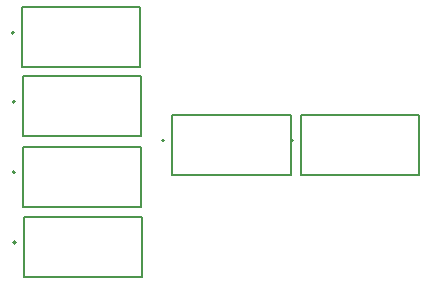
<source format=gbr>
G04*
G04 #@! TF.GenerationSoftware,Altium Limited,Altium Designer,23.0.1 (38)*
G04*
G04 Layer_Color=16711935*
%FSLAX25Y25*%
%MOIN*%
G70*
G04*
G04 #@! TF.SameCoordinates,383C52D0-4EDD-4C0E-AA1A-A67FCF8BFF30*
G04*
G04*
G04 #@! TF.FilePolarity,Positive*
G04*
G01*
G75*
%ADD10C,0.00787*%
%ADD11C,0.00500*%
D10*
X359055Y166929D02*
G03*
X359055Y166929I-394J0D01*
G01*
X316122Y166937D02*
G03*
X316122Y166937I-394J0D01*
G01*
X265996Y202937D02*
G03*
X265996Y202937I-394J0D01*
G01*
X266374Y179937D02*
G03*
X266374Y179937I-394J0D01*
G01*
Y156437D02*
G03*
X266374Y156437I-394J0D01*
G01*
X266622Y132937D02*
G03*
X266622Y132937I-394J0D01*
G01*
D11*
X361811Y175394D02*
X401181D01*
Y155315D02*
Y175394D01*
X361811Y155315D02*
X401181D01*
X361811D02*
Y175394D01*
X318878Y155323D02*
Y175402D01*
Y155323D02*
X358248D01*
Y175402D01*
X318878D02*
X358248D01*
X268752Y191323D02*
Y211402D01*
Y191323D02*
X308122D01*
Y211402D01*
X268752D02*
X308122D01*
X269130Y188402D02*
X308500D01*
Y168323D02*
Y188402D01*
X269130Y168323D02*
X308500D01*
X269130D02*
Y188402D01*
Y164902D02*
X308500D01*
Y144823D02*
Y164902D01*
X269130Y144823D02*
X308500D01*
X269130D02*
Y164902D01*
X269378Y121323D02*
Y141402D01*
Y121323D02*
X308748D01*
Y141402D01*
X269378D02*
X308748D01*
M02*

</source>
